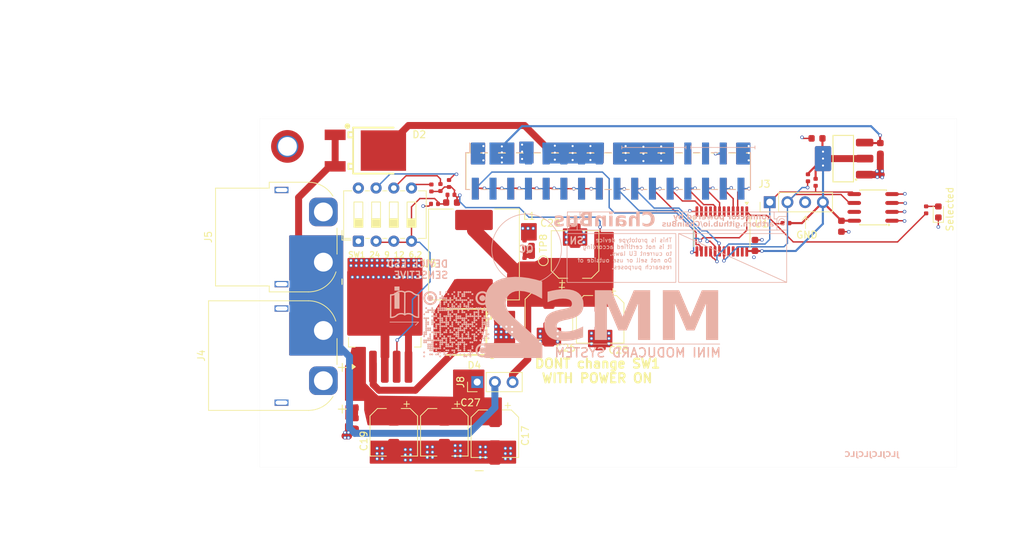
<source format=kicad_pcb>
(kicad_pcb (version 20241229) (generator "pcbnew") (generator_version "9.0")
  (title_block (title "MMS3 Hat Stepper Controler") (date "2026-02-25") (rev "R0") (comment 1 "Made by Wojciech Szafrański") (comment 2 "Designed in poland") (comment 3 "MMS3 Hat based on Chainbus"))
  (layers (0 "F.Cu" signal) (4 "In1.Cu" signal) (6 "In2.Cu" signal) (2 "B.Cu" signal) (13 "F.Paste" user) (15 "B.Paste" user) (5 "F.SilkS" user "F.Silkscreen") (7 "B.SilkS" user "B.Silkscreen") (1 "F.Mask" user) (3 "B.Mask" user) (25 "Edge.Cuts" user))
  (property "SHEETTOTAL" "5")
  (net 0 "")
  (net 1 "GND")
  (net 2 "Net-(U5-FB)")
  (net 3 "+3V3")
  (net 4 "+5V")
  (net 5 "U_reg")
  (net 6 "Net-(J8-Pin_1)")
  (net 7 "Net-(R14-Pad1)")
  (net 8 "Net-(C20-Pad2)")
  (net 9 "Net-(D1-A)")
  (net 10 "Vin")
  (net 11 "Net-(C23-Pad2)")
  (net 12 "/Bus_switch/Chainbus_In.RX")
  (net 13 "/Bus_switch/Chainbus_In.MOSI")
  (net 14 "/Bus_switch/Chainbus_In.SDA")
  (net 15 "/Bus_switch/SEL1")
  (net 16 "/Interboard_connector/SEL2")
  (net 17 "/Bus_switch/Chainbus_In.TX")
  (net 18 "/Interboard_connector/SEL8")
  (net 19 "/Interboard_connector/SEL5")
  (net 20 "/Interboard_connector/SEL7")
  (net 21 "/Interboard_connector/SEL4")
  (net 22 "/Bus_switch/Chainbus_In.SCK")
  (net 23 "/Bus_switch/Chainbus_In.MISO")
  (net 24 "+12V stby")
  (net 25 "/Bus_switch/Chainbus_In.SCL")
  (net 26 "/Bus_switch/Chainbus_In.CS")
  (net 27 "/Interboard_connector/SEL3")
  (net 28 "/Interboard_connector/SEL6")
  (net 31 "BRD_VIN")
  (net 33 "/Bus_switch/Chainbus.SCL")
  (net 34 "/Bus_switch/Chainbus.SDA")
  (net 35 "Net-(R16-Pad1)")
  (net 38 "/Bus_switch/Chainbus.CS")
  (net 39 "/Bus_switch/Chainbus.MOSI")
  (net 40 "/Bus_switch/Chainbus.RX")
  (net 42 "/Bus_switch/Chainbus.TX")
  (net 43 "/Bus_switch/Chainbus.MISO")
  (net 44 "/Bus_switch/Chainbus.SCK")
  (net 49 "Net-(D4-K)")
  (net 52 "Net-(R15-Pad1)")
  (footprint "Package_SO:TSSOP-24_4.4x7.8mm_P0.65mm" (layer "F.Cu") (at 144.3 104.2 -90)
    (property "Reference" "U1")
    (property "Value" "SN74CB3Q3384APW")
  )
  (footprint "Inductor_SMD:L_Sunlord_SWRB1207S" (layer "F.Cu") (at 108.75 107.5 90)
    (property "Reference" "L1")
    (property "Value" "100uH 4A")
  )
  (footprint "Button_Switch_THT:SW_DIP_SPSTx04_Slide_6.7x11.72mm_W7.62mm_P2.54mm_LowProfile" (layer "F.Cu") (at 92.17 105.59 90)
    (property "Reference" "SW1" (hide yes))
    (property "Value" "SW_DIP_x04")
  )
  (footprint "MountingHole:MountingHole_2.7mm_M2.5_DIN965_Pad_TopOnly" (layer "F.Cu") (at 82 92)
    (property "Reference" "H1" (hide yes))
    (property "Value" "M2.5 Mount")
  )
  (footprint "PCM_JLCPCB:R_0402" (layer "F.Cu") (at 90.75 129 -90)
    (property "Reference" "R10" (hide yes))
    (property "Value" "33kΩ" (hide yes))
  )
  (footprint "Capacitor_SMD:CP_Elec_6.3x7.7" (layer "F.Cu") (at 97.25 133 -90)
    (property "Reference" "C19")
    (property "Value" "47u")
  )
  (footprint "Capacitor_SMD:CP_Elec_6.3x7.7" (layer "F.Cu") (at 123.25 107.5 90)
    (property "Reference" "C28")
    (property "Value" "47u")
  )
  (footprint "PCM_JLCPCB:R_0402" (layer "F.Cu") (at 103.09 100.25)
    (property "Reference" "R12" (hide yes))
    (property "Value" "1kΩ" (hide yes))
  )
  (footprint "PCM_JLCPCB:R_0402" (layer "F.Cu") (at 156.65 96.5 -90)
    (property "Reference" "R2" (hide yes))
    (property "Value" "10kΩ" (hide yes))
  )
  (footprint "PCM_JLCPCB:C_0603" (layer "F.Cu") (at 91.75 128.75 -90)
    (property "Reference" "C20" (hide yes))
    (property "Value" "100nF")
  )
  (footprint "Connector_PinSocket_2.54mm:PinSocket_2x16_P2.54mm_Vertical_SMD" (layer "F.Cu") (at 128 95.558272 90)
    (property "Reference" "J2" (hide yes))
    (property "Value" "Chainbus Out")
  )
  (footprint "Capacitor_SMD:CP_Elec_6.3x7.7" (layer "F.Cu") (at 126.85 116.8 -90)
    (property "Reference" "C25")
    (property "Value" "47u")
  )
  (footprint "PCM_JLCPCB:R_0402" (layer "F.Cu") (at 116 106 90)
    (property "Reference" "R18" (hide yes))
    (property "Value" "33kΩ" (hide yes))
  )
  (footprint "PCM_JLCPCB:Hole_Tooling_JLCPCB" (layer "F.Cu") (at 169.7 90.3)
    (property "Reference" "H8" (hide yes))
    (property "Value" "~" (hide yes))
  )
  (footprint "Connector_PinHeader_2.54mm:PinHeader_1x04_P2.54mm_Vertical" (layer "F.Cu") (at 151.17 100 90)
    (property "Reference" "J3")
    (property "Value" "Conn_01x04_Pin")
  )
  (footprint "PCM_JLCPCB:C_0603" (layer "F.Cu") (at 91.75 131.75 -90)
    (property "Reference" "C21" (hide yes))
    (property "Value" "100nF")
  )
  (footprint "PCM_JLCPCB:Hole_Tooling_JLCPCB" (layer "F.Cu") (at 79 137)
    (property "Reference" "H7" (hide yes))
    (property "Value" "~" (hide yes))
  )
  (footprint "PCM_JLCPCB:SOIC-8_L5.0-W4.0-P1.27-LS6.0-BL" (layer "F.Cu") (at 166 100.75 90)
    (property "Reference" "U2" (hide yes))
    (property "Value" "M24C64")
  )
  (footprint "SMC_MBRD10100CTTR:TO-252-3_L6.5-W5.8-P4.58-TL" (layer "F.Cu") (at 92.3 92.6)
    (property "Reference" "D2")
    (property "Value" "MBRD10100CTTR")
  )
  (footprint "TestPoint:TestPoint_Pad_D1.0mm" (layer "F.Cu") (at 118.7 108.4)
    (property "Reference" "TP8")
    (property "Value" "TestPoint")
  )
  (footprint "MountingHole:MountingHole_2.7mm_M2.5" (layer "F.Cu") (at 153 94)
    (property "Reference" "H6" (hide yes))
    (property "Value" "M2.5 mount")
  )
  (footprint "Capacitor_SMD:CP_Elec_6.3x7.7" (layer "F.Cu") (at 104.5 133 -90)
    (property "Reference" "C27")
    (property "Value" "47u")
  )
  (footprint "PCM_JLCPCB:C_0603" (layer "F.Cu") (at 161.45 103.45 -90)
    (property "Reference" "C2" (hide yes))
    (property "Value" "100nF")
  )
  (footprint "Capacitor_SMD:CP_Elec_6.3x7.7" (layer "F.Cu") (at 111.75 133.2 -90)
    (property "Reference" "C17")
    (property "Value" "47u")
  )
  (footprint "PCM_JLCPCB:R_0402" (layer "F.Cu") (at 173.6 101.1 90)
    (property "Reference" "R1" (hide yes))
    (property "Value" "330Ω" (hide yes))
  )
  (footprint "MountingHole:MountingHole_2.7mm_M2.5" (layer "F.Cu") (at 103 94)
    (property "Reference" "H5" (hide yes))
    (property "Value" "M2.5 mount")
  )
  (footprint "LED_SMD:LED_0603_1608Metric" (layer "F.Cu") (at 175.35 101.4 90)
    (property "Reference" "D1" (hide yes))
    (property "Value" "LED")
  )
  (footprint "MountingHole:MountingHole_2.7mm_M2.5" (layer "F.Cu") (at 174 134)
    (property "Reference" "H2" (hide yes))
    (property "Value" "M2.5 mount")
  )
  (footprint "Package_TO_SOT_SMD:TO-263-5_TabPin3" (layer "F.Cu") (at 95.96 115.95 90)
    (property "Reference" "U5")
    (property "Value" "LM2596HVS-ADJRG")
  )
  (footprint "PCM_JLCPCB:R_0402" (layer "F.Cu") (at 102.64 97.96 -90)
    (property "Reference" "R16" (hide yes))
    (property "Value" "5.11k" (hide yes))
  )
  (footprint "PCM_JLCPCB:C_0603" (layer "F.Cu") (at 117 105.5 90)
    (property "Reference" "C24" (hide yes))
    (property "Value" "100nF")
  )
  (footprint "PCM_JLCPCB:C_0603" (layer "F.Cu") (at 149.05 106.2 90)
    (property "Reference" "C1" (hide yes))
    (property "Value" "100nF")
  )
  (footprint "MountingHole:MountingHole_2.7mm_M2.5" (layer "F.Cu") (at 174 92)
    (property "Reference" "H4" (hide yes))
    (property "Value" "M2.5 mount")
  )
  (footprint "PCM_JLCPCB:C_0603" (layer "F.Cu") (at 105.54 100.05)
    (property "Reference" "C22" (hide yes))
    (property "Value" "3.3nF")
  )
  (footprint "XT60:AMASS_XT60PW-M_1x02_P7.20mm_Horizontal" (layer "F.Cu") (at 87.15 125.6 90)
    (property "Reference" "J4")
    (property "Value" "AMASS XT60 Male")
  )
  (footprint "PCM_JLCPCB:C_0603" (layer "F.Cu") (at 117 108.47 90)
    (property "Reference" "C23" (hide yes))
    (property "Value" "100nF")
  )
  (footprint "Connector_PinHeader_2.54mm:PinHeader_1x03_P2.54mm_Vertical" (layer "F.Cu") (at 109.21 125.8 90)
    (property "Reference" "J8")
    (property "Value" "Conn_01x03_Pin")
  )
  (footprint "XT60:AMASS_XT60PW-F_1x02_P7.20mm_Horizontal" (layer "F.Cu") (at 87.15 101.4 90)
    (property "Reference" "J5")
    (property "Value" "AMASS XT60 Female")
  )
  (footprint "PCM_JLCPCB:C_0603" (layer "F.Cu") (at 157.95 90.85 180)
    (property "Reference" "C18" (hide yes))
    (property "Value" "10uF")
  )
  (footprint "PCM_JLCPCB:R_0402" (layer "F.Cu") (at 105.45 98.94)
    (property "Reference" "R13" (hide yes))
    (property "Value" "18.7k" (hide yes))
  )
  (footprint "PCM_JLCPCB:R_0402" (layer "F.Cu") (at 90.75 131.5 -90)
    (property "Reference" "R11" (hide yes))
    (property "Value" "33kΩ" (hide yes))
  )
  (footprint "PCM_JLCPCB:Hole_Tooling_JLCPCB" (layer "F.Cu") (at 85.337849 89.057177)
    (property "Reference" "H9" (hide yes))
    (property "Value" "~" (hide yes))
  )
  (footprint "PCM_JLCPCB:C_0603" (layer "F.Cu") (at 167.03 92.3 -90)
    (property "Reference" "C16" (hide yes))
    (property "Value" "10uF")
  )
  (footprint "PCM_JLCPCB:R_0402" (layer "F.Cu") (at 105.17 97.32 -90)
    (property "Reference" "R14" (hide yes))
    (property "Value" "16.5k" (hide yes))
  )
  (footprint "PCM_JLCPCB:Part_Num_JLCPCB" (layer "F.Cu") (at 171.25 88.75)
    (property "Reference" "PN1" (hide yes))
    (property "Value" "~" (hide yes))
  )
  (footprint "PCM_JLCPCB:R_0402" (layer "F.Cu") (at 157.75 97.15 -90)
    (property "Reference" "R3" (hide yes))
    (property "Value" "10kΩ" (hide yes))
  )
  (footprint "PCM_JLCPCB:R_0402" (layer "F.Cu") (at 153.5 103)
    (property "Reference" "R4" (hide yes))
    (property "Value" "10kΩ" (hide yes))
  )
  (footprint "PCM_JLCPCB:R_0402" (layer "F.Cu") (at 103.94 97.9 -90)
    (property "Reference" "R15" (hide yes))
    (property "Value" "9.53k" (hide yes))
  )
  (footprint "SMC_MBRD10100CTTR:TO-252-3_L6.5-W5.8-P4.58-TL" (layer "F.Cu") (at 109.65 118.6 180)
    (property "Reference" "D4")
    (property "Value" "MBRD10100CTTR")
  )
  (footprint "PCM_JLCPCB:SOT-223-3_L6.5-W3.4-P2.30-LS7.0-BR" (layer "F.Cu") (at 161.81 93.75)
    (property "Reference" "U4" (hide yes))
    (property "Value" "AMS1117")
  )
  (footprint "Capacitor_SMD:CP_Elec_6.3x7.7" (layer "F.Cu") (at 119.5 116.25 -90)
    (property "Reference" "C26")
    (property "Value" "47u")
  )
  (footprint "MountingHole:MountingHole_2.7mm_M2.5" (layer "F.Cu") (at 82 134)
    (property "Reference" "H3" (hide yes))
    (property "Value" "M2.5 mount")
  )
  (footprint "PCM_JLCPCB:R_0402" (layer "F.Cu") (at 116 108.5 90)
    (property "Reference" "R17" (hide yes))
    (property "Value" "33kΩ" (hide yes))
  )
  (footprint "Connector_PinHeader_2.54mm:PinHeader_2x16_P2.54mm_Vertical_SMD" (layer "B.Cu") (at 127.99 95.538272 -90)
    (property "Reference" "J1" (hide yes))
    (property "Value" "Chainbus in" (hide yes))
  )
  (footprint "QRcode:QR" (layer "B.Cu") (at 106.25 117.55 180)
    (property "Reference" "G***" (hide yes))
    (property "Value" "LOGO" (hide yes))
  )
  (gr_line (start 156.3 102) (end 156.7 102.6) (stroke (width 0.1)) (layer "F.SilkS"))
  (gr_line (start 156.3 102) (end 156.3 103.8) (stroke (width 0.1)) (layer "F.SilkS"))
  (gr_line (start 156.3 102) (end 155.8 102.6) (stroke (width 0.1)) (layer "F.SilkS"))
  (gr_arc (start 98.835533 112.942265) (mid 99.377441 112.802898) (end 99.91184 112.968758) (stroke (width 0.2)) (layer "B.SilkS"))
  (gr_arc (start 97.700162 112.95451) (mid 98.247275 112.779868) (end 98.803869 112.92143) (stroke (width 0.2)) (layer "B.SilkS"))
  (gr_arc (start 98.818643 116.130292) (mid 99.375235 115.98873) (end 99.92235 116.163372) (stroke (width 0.2)) (layer "B.SilkS"))
  (gr_line (start 96.7 117.2) (end 100.8 117.2) (stroke (width 0.1)) (layer "B.SilkS"))
  (gr_line (start 129.95 92.15) (end 139.15 92.15) (stroke (width 0.1)) (layer "B.SilkS"))
  (gr_rect (start 138.1 104.5) (end 153.6 111.5) (stroke (width 0.1)) (fill no) (layer "B.SilkS"))
  (gr_line (start 139.85 92.375) (end 139.85 91.925) (stroke (width 0.1)) (layer "B.SilkS"))
  (gr_line (start 123.95 101.4) (end 123.95 102.4) (stroke (width 0.1)) (layer "B.SilkS"))
  (gr_line (start 151.8 101.4) (end 123.95 101.4) (stroke (width 0.1)) (layer "B.SilkS"))
  (gr_line (start 123.55 104) (end 153.6 104) (stroke (width 0.1)) (layer "B.SilkS"))
  (gr_line (start 151.8 101.4) (end 153.6 101.4) (stroke (width 0.1)) (layer "B.SilkS"))
  (gr_line (start 122.15 102.05) (end 123.25 102.05) (stroke (width 0.1)) (layer "B.SilkS"))
  (gr_line (start 153.6 102.05) (end 152.5 102.05) (stroke (width 0.1)) (layer "B.SilkS"))
  (gr_line (start 98.818643 116.130292) (end 98.835533 112.942265) (stroke (width 0.2)) (layer "B.SilkS"))
  (gr_line (start 123.25 102.05) (end 123.55 102.35) (stroke (width 0.1)) (layer "B.SilkS"))
  (gr_arc (start 97.710684 112.954323) (mid 97.294522 113.222104) (end 96.807503 113.309913) (stroke (width 0.2)) (layer "B.SilkS"))
  (gr_line (start 152.5 102.05) (end 152.2 102.35) (stroke (width 0.1)) (layer "B.SilkS"))
  (gr_line (start 123.55 102.4) (end 123.55 104) (stroke (width 0.1)) (layer "B.SilkS"))
  (gr_arc (start 100.799843 116.511291) (mid 100.323814 116.421062) (end 99.917156 116.157673) (stroke (width 0.2)) (layer "B.SilkS"))
  (gr_line (start 138.1 104.5) (end 153.6 111.5) (stroke (width 0.1)) (layer "B.SilkS"))
  (gr_arc (start 100.810469 113.327828) (mid 100.325849 113.236649) (end 99.91184 112.968758) (stroke (width 0.2)) (layer "B.SilkS"))
  (gr_line (start 122.15 103.5) (end 123.25 103.5) (stroke (width 0.1)) (layer "B.SilkS"))
  (gr_line (start 129.95 92.375) (end 129.95 91.925) (stroke (width 0.1)) (layer "B.SilkS"))
  (gr_line (start 123.25 103.5) (end 123.55 103.2) (stroke (width 0.1)) (layer "B.SilkS"))
  (gr_line (start 149.05 92.375) (end 149.05 91.925) (stroke (width 0.1)) (layer "B.SilkS"))
  (gr_arc (start 97.741646 116.16503) (mid 97.305177 116.440772) (end 96.794951 116.519546) (stroke (width 0.2)) (layer "B.SilkS"))
  (gr_line (start 122.15 104) (end 122.15 101.4) (stroke (width 0.1)) (layer "B.SilkS"))
  (gr_line (start 100.8 117.2) (end 100.35 117.65) (stroke (width 0.1)) (layer "B.SilkS"))
  (gr_line (start 152.2 102.4) (end 152.2 104) (stroke (width 0.1)) (layer "B.SilkS"))
  (gr_arc (start 97.730085 116.164142) (mid 98.277195 115.98954) (end 98.833792 116.131062) (stroke (width 0.2)) (layer "B.SilkS"))
  (gr_circle (center 122.85 102.8) (end 122.45 102.6) (stroke (width 0.1)) (fill no) (layer "B.SilkS"))
  (gr_line (start 100.799843 116.511291) (end 100.810469 113.327828) (stroke (width 0.2)) (layer "B.SilkS"))
  (gr_line (start 123.55 104) (end 122.15 104) (stroke (width 0.1)) (layer "B.SilkS"))
  (gr_line (start 96.794951 116.520139) (end 96.807503 113.309913) (stroke (width 0.2)) (layer "B.SilkS"))
  (gr_line (start 151.8 101.4) (end 151.8 102.4) (stroke (width 0.1)) (layer "B.SilkS"))
  (gr_line (start 120.5 120.35) (end 144 120.35) (stroke (width 0.1)) (layer "B.SilkS"))
  (gr_line (start 139.85 92.15) (end 149.05 92.15) (stroke (width 0.1)) (layer "B.SilkS"))
  (gr_rect (start 122.1 104.5) (end 137.7 111.5) (stroke (width 0.1)) (fill no) (layer "B.SilkS"))
  (gr_line (start 151.8 102.4) (end 152.2 102.4) (stroke (width 0.1)) (layer "B.SilkS"))
  (gr_line (start 123.95 101.4) (end 122.15 101.4) (stroke (width 0.1)) (layer "B.SilkS"))
  (gr_line (start 153.6 104) (end 153.6 101.4) (stroke (width 0.1)) (layer "B.SilkS"))
  (gr_line (start 139.15 92.375) (end 139.15 91.925) (stroke (width 0.1)) (layer "B.SilkS"))
  (gr_line (start 123.95 102.4) (end 123.55 102.4) (stroke (width 0.1)) (layer "B.SilkS"))
  (gr_circle (center 116.3 106.7) (end 121.3 106.7) (stroke (width 0.1)) (fill no) (layer "B.SilkS"))
  (gr_circle (center 152.9 102.8) (end 153.3 102.6) (stroke (width 0.1)) (fill no) (layer "B.SilkS"))
  (gr_rect (start 78 88) (end 178 138) (stroke (width 0.01)) (fill no) (layer "Edge.Cuts"))
  (gr_text "SW1 24 9 12 6.2 " (at 90.61 108 0) (layer "F.SilkS") (effects (font (size 0.8 0.8) (thickness 0.15) (bold yes)) (justify left bottom)))
  (gr_text "DONT change SW1\n WITH POWER ON" (at 117.33 126 0) (layer "F.SilkS") (effects (font (size 1.3 1.3) (thickness 0.3) (bold yes)) (justify left bottom)))
  (gr_text "GND" (at 156.5 104.7 0) (layer "F.SilkS") (effects (font (size 1 1))))
  (gr_text "Selected\n" (at 177 101 90) (layer "F.SilkS") (effects (font (size 1 1))))
  (gr_text "QC" (at 117.4 107.3 0) (layer "B.SilkS") (effects (font (size 1 1) (thickness 0.2) (bold yes)) (justify left bottom mirror)))
  (gr_text "connector powered by" (at 151.4 102.6 -0) (layer "B.SilkS") (effects (font (size 0.8 0.8) (thickness 0.15) (bold yes) (italic yes)) (justify left bottom mirror)))
  (gr_text "MMS" (at 144.675 120.95 0) (layer "B.SilkS") (effects (font (size 7 7) (thickness 0.3)) (justify left bottom mirror)))
  (gr_text "This is prototype device\nIt is not certified according\nto current EU laws.\nDo not sell or use outside of\nresearch purposes." (at 137.2 109.65 0) (layer "B.SilkS") (effects (font (size 0.6 0.6) (thickness 0.1)) (justify left bottom mirror)))
  (gr_text "ChainBus" (at 134.8 103.8 -0) (layer "B.SilkS") (effects (font (size 2 2) (thickness 0.3) (bold yes)) (justify left bottom mirror)))
  (gr_text "2" (at 119.8 124.25 0) (layer "B.SilkS") (effects (font (size 11.2 11.2) (thickness 0.3) (bold yes)) (justify left bottom mirror)))
  (gr_text "DEVICE ESD \nSENSETIVE" (at 105.15 111.05 0) (layer "B.SilkS") (effects (font (size 1 1) (thickness 0.2) (bold yes)) (justify left bottom mirror)))
  (gr_text "i" (at 98.426979 115.789038 0) (layer "B.SilkS") (effects (font (size 3 3) (thickness 0.4) (bold yes)) (justify left bottom mirror)))
  (gr_text "arthorh.github.io/ChainBus" (at 151.786371 103.639177 -0) (layer "B.SilkS") (effects (font (size 0.8 0.75) (thickness 0.15) (bold yes) (italic yes)) (justify left bottom mirror)))
  (gr_text "MINI MODUCARD SYSTEM" (at 144.3 122.35 0) (layer "B.SilkS") (effects (font (size 1.3 1.3) (thickness 0.22) (bold yes)) (justify left bottom mirror)))
  (gr_text "SN" (at 124.6 106.1 0) (layer "B.SilkS") (effects (font (size 1 1) (thickness 0.2) (bold yes)) (justify left bottom mirror)))
  (segment (start 90.75 132) (end 90.75 133.53) (width 1) (layer "F.Cu") (net 1))
  (segment (start 157.17 90.85) (end 155.95 90.85) (width 0.2) (layer "F.Cu") (net 1))
  (segment (start 168.71 101.39) (end 170.46 101.39) (width 0.2) (layer "F.Cu") (net 1))
  (segment (start 170.56 100.11) (end 170.6 100.15) (width 0.2) (layer "F.Cu") (net 1))
  (segment (start 168.71 102.66) (end 170.46 102.66) (width 0.2) (layer "F.Cu") (net 1))
  (segment (start 102.28 100.56) (end 101.46 100.56) (width 0.2) (layer "F.Cu") (net 1))
  (segment (start 161.45 104.23) (end 162.48 104.23) (width 0.2) (layer "F.Cu") (net 1))
  (segment (start 167.03 95.93) (end 167.15 96.05) (width 1) (layer "F.Cu") (net 1))
  (segment (start 170.51 98.84) (end 170.55 98.8) (width 0.2) (layer "F.Cu") (net 1))
  (segment (start 91.28 132.53) (end 91.75 132.53) (width 1) (layer "F.Cu") (net 1))
  (segment (start 164.78 96.05) (end 167.15 96.05) (width 1) (layer "F.Cu") (net 1))
  (segment (start 149.05 105.42) (end 150.03 105.42) (width 0.2) (layer "F.Cu") (net 1))
  (segment (start 90.75 133.53) (end 90.25 133.53) (width 1) (layer "F.Cu") (net 1))
  (segment (start 139.7875 101.3375) (end 139.7 101.25) (width 0.2) (layer "F.Cu") (net 1))
  (segment (start 102.59 100.25) (end 102.28 100.56) (width 0.2) (layer "F.Cu") (net 1))
  (segment (start 175.35 101.943655) (end 175.35 103.55) (width 0.2) (layer "F.Cu") (net 1))
  (segment (start 150.03 105.42) (end 150.05 105.4) (width 0.2) (layer "F.Cu") (net 1))
  (segment (start 90.75 132) (end 91.28 132.53) (width 1) (layer "F.Cu") (net 1))
  (segment (start 155.95 90.85) (end 155.8 90.7) (width 0.2) (layer "F.Cu") (net 1))
  (segment (start 168.71 98.84) (end 170.51 98.84) (width 0.2) (layer "F.Cu") (net 1))
  (segment (start 170.46 102.66) (end 170.5 102.7) (width 0.2) (layer "F.Cu") (net 1))
  (segment (start 162.48 104.23) (end 162.5 104.25) (width 0.2) (layer "F.Cu") (net 1))
  (segment (start 167.03 93.08) (end 167.03 95.93) (width 1) (layer "F.Cu") (net 1))
  (segment (start 140.725 101.3375) (end 139.7875 101.3375) (width 0.2) (layer "F.Cu") (net 1))
  (segment (start 170.46 101.39) (end 170.5 101.35) (width 0.2) (layer "F.Cu") (net 1))
  (segment (start 168.71 100.11) (end 170.56 100.11) (width 0.2) (layer "F.Cu") (net 1))
  (via (at 90.25 133.78) (size 0.5) (drill 0.3) (layers "F.Cu" "B.Cu") (net 1))
  (via (at 128.1 120.3) (size 0.5) (drill 0.3) (layers "F.Cu" "B.Cu") (net 1))
  (via (at 170.5 102.7) (size 0.5) (drill 0.3) (layers "F.Cu" "B.Cu") (net 1))
  (via (at 125.6 119.55) (size 0.5) (drill 0.3) (layers "F.Cu" "B.Cu") (net 1))
  (via (at 133.05 92.05) (size 0.5) (drill 0.3) (layers "F.Cu" "B.Cu") (net 1))
  (via (at 91.86 109.1) (size 0.5) (drill 0.3) (layers "F.Cu" "B.Cu") (net 1))
  (via (at 155.8 90.7) (size 0.5) (drill 0.3) (layers "F.Cu" "B.Cu") (net 1))
  (via (at 102.05 135.85) (size 0.5) (drill 0.3) (layers "F.Cu" "B.Cu") (net 1))
  (via (at 98.61 108.35) (size 0.5) (drill 0.3) (layers "F.Cu" "B.Cu") (net 1))
  (via (at 101.46 100.56) (size 0.5) (drill 0.3) (layers "F.Cu" "B.Cu") (net 1))
  (via (at 115.65 93.8) (size 0.5) (drill 0.3) (layers "F.Cu" "B.Cu") (net 1))
  (via (at 115.65 91.75) (size 0.5) (drill 0.3) (layers "F.Cu" "B.Cu") (net 1))
  (via (at 92.61 109.1) (size 0.5) (drill 0.3) (layers "F.Cu" "B.Cu") (net 1))
  (via (at 100.86 109.1) (size 0.5) (drill 0.3) (layers "F.Cu" "B.Cu") (net 1))
  (via (at 91.11 108.35) (size 0.5) (drill 0.3) (layers "F.Cu" "B.Cu") (net 1))
  (via (at 125.6 118.8) (size 0.5) (drill 0.3) (layers "F.Cu" "B.Cu") (net 1))
  (via (at 98.61 109.1) (size 0.5) (drill 0.3) (layers "F.Cu" "B.Cu") (net 1))
  (via (at 110.1 92.95) (size 0.5) (drill 0.3) (layers "F.Cu" "B.Cu") (net 1))
  (via (at 94.86 108.35) (size 0.5) (drill 0.3) (layers "F.Cu" "B.Cu") (net 1))
  (via (at 111.9 118.6) (size 0.5) (drill 0.3) (layers "F.Cu" "B.Cu") (net 1))
  (via (at 90.75 133.03) (size 0.5) (drill 0.3) (layers "F.Cu" "B.Cu") (net 1))
  (via (at 95.81 110.75) (size 0.5) (drill 0.3) (layers "F.Cu" "B.Cu") (net 1))
  (via (at 99.36 108.35) (size 0.5) (drill 0.3) (layers "F.Cu" "B.Cu") (net 1))
  (via (at 90.25 133.03) (size 0.5) (drill 0.3) (layers "F.Cu" "B.Cu") (net 1))
  (via (at 102.05 135.1) (size 0.5) (drill 0.3) (layers "F.Cu" "B.Cu") (net 1))
  (via (at 96.36 109.1) (size 0.5) (drill 0.3) (layers "F.Cu" "B.Cu") (net 1))
  (via (at 148.15 92.95) (size 0.5) (drill 0.3) (layers "F.Cu" "B.Cu") (net 1))
  (via (at 100.31 110.75) (size 0.5) (drill 0.3) (layers "F.Cu" "B.Cu") (net 1))
  (via (at 113.4 118.6) (size 0.5) (drill 0.3) (layers "F.Cu" "B.Cu") (net 1))
  (via (at 110.4 135.1) (size 0.5) (drill 0.3) (layers "F.Cu" "B.Cu") (net 1))
  (via (at 139.7 101.25) (size 0.5) (drill 0.3) (layers "F.Cu" "B.Cu") (net 1))
  (via (at 93.36 109.1) (size 0.5) (drill 0.3) (layers "F.Cu" "B.Cu") (net 1))
  (via (at 94.85 136.05) (size 0.5) (drill 0.3) (layers "F.Cu" "B.Cu") (net 1))
  (via (at 95.6 135.3) (size 0.5) (drill 0.3) (layers "F.Cu" "B.Cu") (net 1))
  (via (at 98.06 110.75) (size 0.5) (drill 0.3) (layers "F.Cu" "B.Cu") (net 1))
  (via (at 106.8 135.65) (size 0.5) (drill 0.3) (layers "F.Cu" "B.Cu") (net 1))
  (via (at 102.8 135.1) (size 0.5) (drill 0.3) (layers "F.Cu" "B.Cu") (net 1))
  (via (at 92.61 108.35) (size 0.5) (drill 0.3) (layers "F.Cu" "B.Cu") (net 1))
  (via (at 106.8 134.9) (size 0.5) (drill 0.3) (layers "F.Cu" "B.Cu") (net 1))
  (via (at 114 135.3) (size 0.5) (drill 0.3) (layers "F.Cu" "B.Cu") (net 1))
  (via (at 114.195413 119.372036) (size 0.5) (drill 0.3) (layers "F.Cu" "B.Cu") (net 1))
  (via (at 95.6 136.8) (size 0.5) (drill 0.3) (layers "F.Cu" "B.Cu") (net 1))
  (via (at 117.25 103.75) (size 0.5) (drill 0.3) (layers "F.Cu" "B.Cu") (net 1))
  (via (at 100.11 108.35) (size 0.5) (drill 0.3) (layers "F.Cu" "B.Cu") (net 1))
  (via (at 106.05 135.65) (size 0.5) (drill 0.3) (layers "F.Cu" "B.Cu") (net 1))
  (via (at 95.6 136.05) (size 0.5) (drill 0.3) (layers "F.Cu" "B.Cu") (net 1))
  (via (at 170.55 98.8) (size 0.5) (drill 0.3) (layers "F.Cu" "B.Cu") (net 1))
  (via (at 162.5 104.25) (size 0.5) (drill 0.3) (layers "F.Cu" "B.Cu") (net 1))
  (via (at 130.5 94) (size 0.5) (drill 0.3) (layers "F.Cu" "B.Cu") (net 1))
  (via (at 98.905212 136.977963) (size 0.5) (drill 0.3) (layers "F.Cu" "B.Cu") (net 1))
  (via (at 120.75 119.25) (size 0.5) (drill 0.3) (layers "F.Cu" "B.Cu") (net 1))
  (via (at 110.4 136.6) (size 0.5) (drill 0.3) (layers "F.Cu" "B.Cu") (net 1))
  (via (at 94.86 109.1) (size 0.5) (drill 0.3) (layers "F.Cu" "B.Cu") (net 1))
  (via (at 112.65 118.6) (size 0.5) (drill 0.3) (layers "F.Cu" "B.Cu") (net 1))
  (via (at 115.75 103.75) (size 0.5) (drill 0.3) (layers "F.Cu" "B.Cu") (net 1))
  (via (at 112.65 117.85) (size 0.5) (drill 0.3) (layers "F.Cu" "B.Cu") (net 1))
  (via (at 120.75 118.5) (size 0.5) (drill 0.3) (layers "F.Cu" "B.Cu") (net 1))
  (via (at 114 136.8) (size 0.5) (drill 0.3) (layers "F.Cu" "B.Cu") (net 1))
  (via (at 106.8 136.4) (size 0.5) (drill 0.3) (layers "F.Cu" "B.Cu") (net 1))
  (via (at 98.905212 136.227963) (size 0.5) (drill 0.3) (layers "F.Cu" "B.Cu") (net 1))
  (via (at 96.36 108.35) (size 0.5) (drill 0.3) (layers "F.Cu" "B.Cu") (net 1))
  (via (at 95.61 109.1) (size 0.5) (drill 0.3) (layers "F.Cu" "B.Cu") (net 1))
  (via (at 100.86 108.35) (size 0.5) (drill 0.3) (layers "F.Cu" "B.Cu") (net 1))
  (via (at 166.6 96.4) (size 0.5) (drill 0.3) (layers "F.Cu" "B.Cu") (net 1))
  (via (at 124.5 105.75) (size 0.5) (drill 0.3) (layers "F.Cu" "B.Cu") (net 1))
  (via (at 90.75 133.78) (size 0.5) (drill 0.3) (layers "F.Cu" "B.Cu") (net 1))
  (via (at 170.6 100.15) (size 0.5) (drill 0.3) (layers "F.Cu" "B.Cu") (net 1))
  (via (at 97.11 109.1) (size 0.5) (drill 0.3) (layers "F.Cu" "B.Cu") (net 1))
  (via (at 91.31 110.75) (size 0.5) (drill 0.3) (layers "F.Cu" "B.Cu") (net 1))
  (via (at 109.65 135.1) (size 0.5) (drill 0.3) (layers "F.Cu" "B.Cu") (net 1))
  (via (at 128.1 119.55) (size 0.5) (drill 0.3) (layers "F.Cu" "B.Cu") (net 1))
  (via (at 94.11 109.1) (size 0.5) (drill 0.3) (layers "F.Cu" "B.Cu") (net 1))
  (via (at 113.25 135.3) (size 0.5) (drill 0.3) (layers "F.Cu" "B.Cu") (net 1))
  (via (at 102.8 136.6) (size 0.5) (drill 0.3) (layers "F.Cu" "B.Cu") (net 1))
  (via (at 92.06 110.75) (size 0.5) (drill 0.3) (layers "F.Cu" "B.Cu") (net 1))
  (via (at 116.5 103.75) (size 0.5) (drill 0.3) (layers "F.Cu" "B.Cu") (net 1))
  (via (at 113.25 136.8) (size 0.5) (drill 0.3) (layers "F.Cu" "B.Cu") (net 1))
  (via (at 118.25 120) (size 0.5) (drill 0.3) (layers "F.Cu" "B.Cu") (net 1))
  (via (at 106.05 136.4) (size 0.5) (drill 0.3) (layers "F.Cu" "B.Cu") (net 1))
  (via (at 175.35 103.55) (size 0.5) (drill 0.3) (layers "F.Cu" "B.Cu") (net 1))
  (via (at 148.15 94) (size 0.5) (drill 0.3) (layers "F.Cu" "B.Cu") (net 1))
  (via (at 111.9 117.85) (size 0.5) (drill 0.3) (layers "F.Cu" "B.Cu") (net 1))
  (via (at 148.15 91.95) (size 0.5) (drill 0.3) (layers "F.Cu" "B.Cu") (net 1))
  (via (at 114 136.05) (size 0.5) (drill 0.3) (layers "F.Cu" "B.Cu") (net 1))
  (via (at 124.5 104.25) (size 0.5) (drill 0.3) (layers "F.Cu" "B.Cu") (net 1))
  (via (at 167.3 95.55) (size 0.5) (drill 0.3) (layers "F.Cu" "B.Cu") (net 1))
  (via (at 167.3 96.45) (size 0.5) (drill 0.3) (layers "F.Cu" "B.Cu") (net 1))
  (via (at 97.31 110.75) (size 0.5) (drill 0.3) (layers "F.Cu" "B.Cu") (net 1))
  (via (at 91.86 108.35) (size 0.5) (drill 0.3) (layers "F.Cu" "B.Cu") (net 1))
  (via (at 113.25 136.05) (size 0.5) (drill 0.3) (layers "F.Cu" "B.Cu") (net 1))
  (via (at 98.905212 135.477963) (size 0.5) (drill 0.3) (layers "F.Cu" "B.Cu") (net 1))
  (via (at 94.85 136.8) (size 0.5) (drill 0.3) (layers "F.Cu" "B.Cu") (net 1))
  (via (at 102.8 135.85) (size 0.5) (drill 0.3) (layers "F.Cu" "B.Cu") (net 1))
  (via (at 111.877963 119.344788) (size 0.5) (drill 0.3) (layers "F.Cu" "B.Cu") (net 1))
  (via (at 124.5 105) (size 0.5) (drill 0.3) (layers "F.Cu" "B.Cu") (net 1))
  (via (at 99.36 109.1) (size 0.5) (drill 0.3) (layers "F.Cu" "B.Cu") (net 1))
  (via (at 94.11 108.35) (size 0.5) (drill 0.3) (layers "F.Cu" "B.Cu") (net 1))
  (via (at 94.31 110.75) (size 0.5) (drill 0.3) (layers "F.Cu" "B.Cu") (net 1))
  (via (at 170.5 101.35) (size 0.5) (drill 0.3) (layers "F.Cu" "B.Cu") (net 1))
  (via (at 115.65 92.75) (size 0.5) (drill 0.3) (layers "F.Cu" "B.Cu") (net 1))
  (via (at 125.6 120.3) (size 0.5) (drill 0.3) (layers "F.Cu" "B.Cu") (net 1))
  (via (at 166.55 95.55) (size 0.5) (drill 0.3) (layers "F.Cu" "B.Cu") (net 1))
  (via (at 91.11 109.1) (size 0.5) (drill 0.3) (layers "F.Cu" "B.Cu") (net 1))
  (via (at 120.75 120) (size 0.5) (drill 0.3) (layers "F.Cu" "B.Cu") (net 1))
  (via (at 93.56 110.75) (size 0.5) (drill 0.3) (layers "F.Cu" "B.Cu") (net 1))
  (via (at 118.25 119.25) (size 0.5) (drill 0.3) (layers "F.Cu" "B.Cu") (net 1))
  (via (at 150.05 105.4) (size 0.5) (drill 0.3) (layers "F.Cu" "B.Cu") (net 1))
  (via (at 110.1 91.95) (size 0.5) (drill 0.3) (layers "F.Cu" "B.Cu") (net 1))
  (via (at 97.11 108.35) (size 0.5) (drill 0.3) (layers "F.Cu" "B.Cu") (net 1))
  (via (at 122 105.75) (size 0.5) (drill 0.3) (layers "F.Cu" "B.Cu") (net 1))
  (via (at 97.86 109.1) (size 0.5) (drill 0.3) (layers "F.Cu" "B.Cu") (net 1))
  (via (at 133.05 94.1) (size 0.5) (drill 0.3) (layers "F.Cu" "B.Cu") (net 1))
  (via (at 99.655212 136.227963) (size 0.5) (drill 0.3) (layers "F.Cu" "B.Cu") (net 1))
  (via (at 94.85 135.3) (size 0.5) (drill 0.3) (layers "F.Cu" "B.Cu") (net 1))
  (via (at 101.06 110.75) (size 0.5) (drill 0.3) (layers "F.Cu" "B.Cu") (net 1))
  (via (at 130.5 92.95) (size 0.5) (drill 0.3) (layers "F.Cu" "B.Cu") (net 1))
  (via (at 114.21745 118.627248) (size 0.5) (drill 0.3) (layers "F.Cu" "B.Cu") (net 1))
  (via (at 113.377963 119.344788) (size 0.5) (drill 0.3) (layers "F.Cu" "B.Cu") (net 1))
  (via (at 112.627963 119.344788) (size 0.5) (drill 0.3) (layers "F.Cu" "B.Cu") (net 1))
  (via (at 109.65 135.85) (size 0.5) (drill 0.3) (layers "F.Cu" "B.Cu") (net 1))
  (via (at 95.06 110.75) (size 0.5) (drill 0.3) (layers "F.Cu" "B.Cu") (net 1))
  (via (at 106.05 134.9) (size 0.5) (drill 0.3) (layers "F.Cu" "B.Cu") (net 1))
  (via (at 135.6 92) (size 0.5) (drill 0.3) (layers "F.Cu" "B.Cu") (net 1))
  (via (at 98.81 110.75) (size 0.5) (drill 0.3) (layers "F.Cu" "B.Cu") (net 1))
  (via (at 92.81 110.75) (size 0.5) (drill 0.3) (layers "F.Cu" "B.Cu") (net 1))
  (via (at 118.25 118.5) (size 0.5) (drill 0.3) (layers "F.Cu" "B.Cu") (net 1))
  (via (at 99.655212 136.977963) (size 0.5) (drill 0.3) (layers "F.Cu" "B.Cu") (net 1))
  (via (at 122 105) (size 0.5) (drill 0.3) (layers "F.Cu" "B.Cu") (net 1))
  (via (at 93.36 108.35) (size 0.5) (drill 0.3) (layers "F.Cu" "B.Cu") (net 1))
  (via (at 109.65 136.6) (size 0.5) (drill 0.3) (layers "F.Cu" "B.Cu") (net 1))
  (via (at 95.61 108.35) (size 0.5) (drill 0.3) (layers "F.Cu" "B.Cu") (net 1))
  (via (at 97.86 108.35) (size 0.5) (drill 0.3) (layers "F.Cu" "B.Cu") (net 1))
  (via (at 113.4 117.85) (size 0.5) (drill 0.3) (layers "F.Cu" "B.Cu") (net 1))
  (via (at 114.21745 117.877248) (size 0.5) (drill 0.3) (layers "F.Cu" "B.Cu") (net 1))
  (via (at 135.6 94.05) (size 0.5) (drill 0.3) (layers "F.Cu" "B.Cu") (net 1))
  (via (at 148.9 107.9) (size 0.5) (drill 0.3) (layers "F.Cu" "B.Cu") (net 1))
  (via (at 135.6 93) (size 0.5) (drill 0.3) (layers "F.Cu" "B.Cu") (net 1))
  (via (at 100.11 109.1) (size 0.5) (drill 0.3) (layers "F.Cu" "B.Cu") (net 1))
  (via (at 102.05 136.6) (size 0.5) (drill 0.3) (layers "F.Cu" "B.Cu") (net 1))
  (via (at 122 104.25) (size 0.5) (drill 0.3) (layers "F.Cu" "B.Cu") (net 1))
  (via (at 110.1 94) (size 0.5) (drill 0.3) (layers "F.Cu" "B.Cu") (net 1))
  (via (at 133.05 93.05) (size 0.5) (drill 0.3) (layers "F.Cu" "B.Cu") (net 1))
  (via (at 99.56 110.75) (size 0.5) (drill 0.3) (layers "F.Cu" "B.Cu") (net 1))
  (via (at 130.5 91.95) (size 0.5) (drill 0.3) (layers "F.Cu" "B.Cu") (net 1))
  (via (at 128.1 118.8) (size 0.5) (drill 0.3) (layers "F.Cu" "B.Cu") (net 1))
  (via (at 110.4 135.85) (size 0.5) (drill 0.3) (layers "F.Cu" "B.Cu") (net 1))
  (via (at 99.655212 135.477963) (size 0.5) (drill 0.3) (layers "F.Cu" "B.Cu") (net 1))
  (via (at 96.56 110.75) (size 0.5) (drill 0.3) (layers "F.Cu" "B.Cu") (net 1))
  (segment (start 99.87 105.75) (end 97.33 105.75) (width 0.2) (layer "F.Cu") (net 2))
  (segment (start 94.79 105.75) (end 97.33 105.75) (width 0.2) (layer "F.Cu") (net 2))
  (segment (start 103.59 100.25) (end 103.59 99.96) (width 0.2) (layer "F.Cu") (net 2))
  (segment (start 97.7 123.15) (end 97.7 119.825) (width 0.2) (layer "F.Cu") (net 2))
  (segment (start 104.95 99.86) (end 104.76 100.05) (width 0.2) (layer "F.Cu") (net 2))
  (segment (start 99.79 105.59) (end 99.79 100.67) (width 0.2) (layer "F.Cu") (net 2))
  (segment (start 104.95 98.94) (end 104.95 99.86) (width 0.2) (layer "F.Cu") (net 2))
  (segment (start 97.7 119.825) (end 97.75 119.775) (width 0.2) (layer "F.Cu") (net 2))
  (segment (start 103.103528 99.473528) (end 100.986472 99.473528) (width 0.2) (layer "F.Cu") (net 2))
  (segment (start 104.56 100.25) (end 103.59 100.25) (width 0.2) (layer "F.Cu") (net 2))
  (segment (start 99.79 100.67) (end 100.986472 99.473528) (width 0.2) (layer "F.Cu") (net 2))
  (segment (start 103.59 99.96) (end 103.103528 99.473528) (width 0.2) (layer "F.Cu") (net 2))
  (segment (start 104.76 100.05) (end 104.56 100.25) (width 0.2) (layer "F.Cu") (net 2))
  (via (at 97.75 119.775) (size 0.5) (drill 0.3) (layers "F.Cu" "B.Cu") (net 2))
  (segment (start 99.925 113.95) (end 102.45 111.425) (width 0.2) (layer "B.Cu") (net 2))
  (segment (start 102.45 111.425) (end 102.45 107.25) (width 0.2) (layer "B.Cu") (net 2))
  (segment (start 97.75 119.775) (end 99.925 117.6) (width 0.2) (layer "B.Cu") (net 2))
  (segment (start 102.45 107.25) (end 100.95 105.75) (width 0.2) (layer "B.Cu") (net 2))
  (segment (start 100.95 105.75) (end 99.87 105.75) (width 0.2) (layer "B.Cu") (net 2))
  (segment (start 99.925 117.6) (end 99.925 113.95) (width 0.2) (layer "B.Cu") (net 2))
  (segment (start 155.79 103) (end 158.79 100) (width 0.3) (layer "F.Cu") (net 3))
  (segment (start 150.05 107) (end 147.9375 107) (width 0.3) (layer "F.Cu") (net 3))
  (segment (start 161.45 102.66) (end 158.79 100) (width 0.3) (layer "F.Cu") (net 3))
  (segment (start 147.9375 107) (end 147.875 107.0625) (width 0.3) (layer "F.Cu") (net 3))
  (segment (start 157.75 94.81) (end 158.81 93.75) (width 0.3) (layer "F.Cu") (net 3))
  (segment (start 157.75 96.65) (end 157.75 94.81) (width 0.3) (layer "F.Cu") (net 3))
  (segment (start 154 103) (end 155.79 103) (width 0.3) (layer "F.Cu") (net 3))
  (segment (start 163.29 102.66) (end 161.45 102.66) (width 0.3) (layer "F.Cu") (net 3))
  (segment (start 158.73 90.85) (end 158.73 92.67) (width 0.3) (layer "F.Cu") (net 3))
  (segment (start 158.73 92.67) (end 158.81 92.75) (width 0.3) (layer "F.Cu") (net 3))
  (segment (start 164.78 93.75) (end 158.81 93.75) (width 1) (layer "F.Cu") (net 3))
  (segment (start 156.65 95.91) (end 158.81 93.75) (width 0.3) (layer "F.Cu") (net 3))
  (segment (start 156.65 96) (end 156.65 95.91) (width 0.3) (layer "F.Cu") (net 3))
  (via (at 150.05 107) (size 0.5) (drill 0.3) (layers "F.Cu" "B.Cu") (net 3))
  (segment (start 158.81 94.75) (end 158.81 99.98) (width 0.3) (layer "B.Cu") (net 3))
  (segment (start 158.81 99.98) (end 158.79 100) (width 0.3) (layer "B.Cu") (net 3))
  (segment (start 158.79 100) (end 158.79 103.11) (width 0.3) (layer "B.Cu") (net 3))
  (segment (start 154.9 107) (end 150.05 107) (width 0.3) (layer "B.Cu") (net 3))
  (segment (start 158.79 103.11) (end 154.9 107) (width 0.3) (layer "B.Cu") (net 3))
  (segment (start 164.85 91.52) (end 164.78 91.45) (width 0.3) (layer "F.Cu") (net 4))
  (segment (start 167 91.49) (end 167.03 91.52) (width 0.3) (layer "F.Cu") (net 4))
  (segment (start 167.03 91.52) (end 164.85 91.52) (width 0.3) (layer "F.Cu") (net 4))
  (segment (start 167 90.4) (end 167 91.49) (width 0.3) (layer "F.Cu") (net 4))
  (via (at 167 90.4) (size 0.5) (drill 0.3) (layers "F.Cu" "B.Cu") (net 4))
  (via (at 112.75 92) (size 0.5) (drill 0.3) (layers "F.Cu" "B.Cu") (net 4))
  (via (at 112.75 93.6) (size 0.5) (drill 0.3) (layers "F.Cu" "B.Cu") (net 4))
  (via (at 112.75 92.85) (size 0.5) (drill 0.3) (layers "F.Cu" "B.Cu") (net 4))
  (via (at 112.75 94.3) (size 0.5) (drill 0.3) (layers "F.Cu" "B.Cu") (net 4))
  (segment (start 167 90.4) (end 165.7 89.1) (width 0.3) (layer "B.Cu") (net 4))
  (segment (start 115.65 89.1) (end 112.75 92) (width 0.3) (layer "B.Cu") (net 4))
  (segment (start 165.7 89.1) (end 115.65 89.1) (width 0.3) (layer "B.Cu") (net 4))
  (segment (start 105.99 98.31) (end 105.95 98.35) (width 0.2) (layer "F.Cu") (net 5))
  (segment (start 105.95 98.35) (end 105.95 98.94) (width 0.2) (layer "F.Cu") (net 5))
  (segment (start 114.29 124.71) (end 116.461 122.539) (width 1) (layer "F.Cu") (net 5))
  (segment (start 126.84 103.56) (end 126.84 104.65) (width 0.2) (layer "F.Cu") (net 5))
  (segment (start 105.95 98.94) (end 106.32 99.31) (width 0.2) (layer "F.Cu") (net 5))
  (segment (start 108.75 102.55) (end 108.75 104) (width 2) (layer "F.Cu") (net 5))
  (segment (start 116.461 122.25) (end 116.461 112.311) (width 1) (layer "F.Cu") (net 5))
  (segment (start 105.17 97.82) (end 105.5 97.82) (width 0.2) (layer "F.Cu") (net 5))
  (segment (start 103.88 98.46) (end 103.94 98.4) (width 0.2) (layer "F.Cu") (net 5))
  (segment (start 102.64 98.46) (end 103.88 98.46) (width 0.2) (layer "F.Cu") (net 5))
  (segment (start 106.32 99.31) (end 106.32 100.05) (width 0.2) (layer "F.Cu") (net 5))
  (segment (start 106.32 99.4) (end 106.72 99) (width 0.2) (layer "F.Cu") (net 5))
  (segment (start 116.461 122.25) (end 116.461 122.539) (width 1) (layer "F.Cu") (net 5))
  (segment (start 108.75 104) (end 114.5 109.75) (width 2) (layer "F.Cu") (net 5))
  (segment (start 103.94 98.4) (end 104.52 97.82) (width 0.2) (layer "F.Cu") (net 5))
  (segment (start 104.52 97.82) (end 105.17 97.82) (width 0.2) (layer "F.Cu") (net 5))
  (segment (start 114.29 125.8) (end 114.29 124.71) (width 1) (layer "F.Cu") (net 5))
  (segment (start 105.5 97.82) (end 105.99 98.31) (width 0.2) (layer "F.Cu") (net 5))
  (segment (start 106.32 100.05) (end 106.32 99.4) (width 0.2) (layer "F.Cu") (net 5))
  (via (at 106.72 99) (size 0.5) (drill 0.3) (layers "F.Cu" "B.Cu") (net 5))
  (via (at 126.84 103.56) (size 0.5) (drill 0.3) (layers "F.Cu" "B.Cu") (net 5))
  (segment (start 115.24 100.77) (end 116.62 102.15) (width 0.2) (layer "B.Cu") (net 5))
  (segment (start 116.62 102.15) (end 126.25 102.15) (width 0.2) (layer "B.Cu") (net 5))
  (segment (start 106.72 99.93) (end 107.56 100.77) (width 0.2) (layer "B.Cu") (net 5))
  (segment (start 126.84 102.74) (end 126.84 103.56) (width 0.2) (layer "B.Cu") (net 5))
  (segment (start 126.25 102.15) (end 126.84 102.74) (width 0.2) (layer "B.Cu") (net 5))
  (segment (start 107.56 100.77) (end 115.24 100.77) (width 0.2) (layer "B.Cu") (net 5))
  (segment (start 106.72 99) (end 106.72 99.93) (width 0.2) (layer "B.Cu") (net 5))
  (segment (start 106.24 96) (end 105.99 96) (width 0.2) (layer "F.Cu") (net 7))
  (segment (start 105.99 96) (end 105.17 96.82) (width 0.2) (layer "F.Cu") (net 7))
  (via (at 106.24 96) (size 0.5) (drill 0.3) (layers "F.Cu" "B.Cu") (net 7))
  (segment (start 106.19 95.95) (end 96.73 95.95) (width 0.2) (layer "B.Cu") (net 7))
  (segment (start 106.24 96) (end 106.19 95.95) (width 0.2) (layer "B.Cu") (net 7))
  (segment (start 96.73 95.95) (end 94.71 97.97) (width 0.2) (layer "B.Cu") (net 7))
  (segment (start 173.6 100.6) (end 175.118655 100.6) (width 0.2) (layer "F.Cu") (net 9))
  (segment (start 87.15 108.6) (end 83.599 105.049) (width 1) (layer "F.Cu") (net 10))
  (segment (start 83.599 99.321682) (end 88.060682 94.86) (width 1) (layer "F.Cu") (net 10))
  (segment (start 88.84 90.34) (end 88.84 94.86) (width 1) (layer "F.Cu") (net 10))
  (segment (start 83.599 105.049) (end 83.599 99.321682) (width 1) (layer "F.Cu") (net 10))
  (segment (start 88.060682 94.86) (end 88.84 94.86) (width 1) (layer "F.Cu") (net 10))
  (segment (start 90.9 122.15) (end 87.15 118.4) (width 1) (layer "B.Cu") (net 10))
  (segment (start 91.651 133.149) (end 90.9 132.398) (width 1) (layer "B.Cu") (net 10))
  (segment (start 108.051 133.149) (end 91.651 133.149) (width 1) (layer "B.Cu") (net 10))
  (segment (start 90.9 132.398) (end 90.9 122.15) (width 1) (layer "B.Cu") (net 10))
  (segment (start 111.75 125.8) (end 111.75 129.45) (width 1) (layer "B.Cu") (net 10))
  (segment (start 111.75 129.45) (end 108.051 133.149) (width 1) (layer "B.Cu") (net 10))
  (segment (start 146.575 101.3375) (end 146.575 98.553272) (width 0.2) (layer "F.Cu") (net 12))
  (segment (start 146.575 98.553272) (end 147.05 98.078272) (width 0.2) (layer "F.Cu") (net 12))
  (segment (start 148.171728 98.078272) (end 148.2 98.05) (width 0.2) (layer "F.Cu") (net 12))
  (segment (start 147.05 98.078272) (end 148.171728 98.078272) (width 0.2) (layer "F.Cu") (net 12))
  (via (at 148.2 98.05) (size 0.5) (drill 0.3) (layers "F.Cu" "B.Cu") (net 12))
  (segment (start 148.2 98.05) (end 147.053272 98.05) (width 0.2) (layer "B.Cu") (net 12))
  (segment (start 147.053272 98.05) (end 147.04 98.063272) (width 0.2) (layer "B.Cu") (net 12))
  (segment (start 139.43 98.078272) (end 141.700728 100.349) (width 0.2) (layer "F.Cu") (net 13))
  (segment (start 139.43 98.078272) (end 140.371728 98.078272) (width 0.2) (layer "F.Cu") (net 13))
  (segment (start 143.325 100.600001) (end 143.325 101.3375) (width 0.2) (layer "F.Cu") (net 13))
  (segment (start 141.700728 100.349) (end 143.073999 100.349) (width 0.2) (layer "F.Cu") (net 13))
  (segment (start 143.073999 100.349) (end 143.325 100.600001) (width 0.2) (layer "F.Cu") (net 13))
  (segment (start 140.371728 98.078272) (end 140.45 98) (width 0.2) (layer "F.Cu") (net 13))
  (via (at 140.45 98) (size 0.5) (drill 0.3) (layers "F.Cu" "B.Cu") (net 13))
  (segment (start 140.45 98) (end 139.483272 98) (width 0.2) (layer "B.Cu") (net 13))
  (segment (start 139.483272 98) (end 139.42 98.063272) (width 0.2) (layer "B.Cu") (net 13))
  (segment (start 130.278272 98.078272) (end 130.3 98.1) (width 0.2) (layer "F.Cu") (net 14))
  (segment (start 143.325 106.325001) (end 143.325 107.0625) (width 0.2) (layer "F.Cu") (net 14))
  (segment (start 142.599999 105.6) (end 143.325 106.325001) (width 0.2) (layer "F.Cu") (net 14))
  (segment (start 129.27 98.078272) (end 130.278272 98.078272) (width 0.2) (layer "F.Cu") (net 14))
  (segment (start 142.2 105.6) (end 142.599999 105.6) (width 0.2) (layer "F.Cu") (net 14))
  (via (at 142.2 105.6) (size 0.5) (drill 0.3) (layers "F.Cu" "B.Cu") (net 14))
  (via (at 130.3 98.1) (size 0.5) (drill 0.3) (layers "F.Cu" "B.Cu") (net 14))
  (segment (start 129.296728 98.1) (end 129.26 98.063272) (width 0.2) (layer "B.Cu") (net 14))
  (segment (start 134.9 101.198) (end 137.994388 101.198) (width 0.2) (layer "B.Cu") (net 14))
  (segment (start 130.3 98.1) (end 129.296728 98.1) (width 0.2) (layer "B.Cu") (net 14))
  (segment (start 137.994388 101.198) (end 142.2 105.403612) (width 0.2) (layer "B.Cu") (net 14))
  (segment (start 142.2 105.403612) (end 142.2 105.6) (width 0.2) (layer "B.Cu") (net 14))
  (segment (start 132.394728 101.198) (end 134.9 101.198) (width 0.2) (layer "B.Cu") (net 14))
  (segment (start 129.26 98.063272) (end 132.394728 101.198) (width 0.2) (layer "B.Cu") (net 14))
  (segment (start 141.2 105.5) (end 141.601 105.099) (width 0.2) (layer "F.Cu") (net 15))
  (segment (start 148.4375 101.9) (end 147.875 101.3375) (width 0.2) (layer "F.Cu") (net 15))
  (segment (start 140.5875 107.2) (end 140.725 107.0625) (width 0.2) (layer "F.Cu") (net 15))
  (segment (start 141.601 105.099) (end 146.799 105.099) (width 0.2) (layer "F.Cu") (net 15))
  (segment (start 169.5 105.7) (end 154.541999 105.7) (width 0.2) (layer "F.Cu") (net 15))
  (segment (start 150.741999 101.9) (end 148.4375 101.9) (width 0.2) (layer "F.Cu") (net 15))
  (segment (start 152.920999 103.079001) (end 151.920999 103.079001) (width 0.2) (layer "F.Cu") (net 15))
  (segment (start 173.6 101.6) (end 169.5 105.7) (width 0.2) (layer "F.Cu") (net 15))
  (segment (start 151.920999 103.079001) (end 150.741999 101.9) (width 0.2) (layer "F.Cu") (net 15))
  (segment (start 146.8 105.1) (end 147.875 104.025) (width 0.2) (layer "F.Cu") (net 15))
  (segment (start 154.541999 105.7) (end 151.920999 103.079001) (width 0.2) (layer "F.Cu") (net 15))
  (segment (start 153 103) (end 152.920999 103.079001) (width 0.2) (layer "F.Cu") (net 15))
  (segment (start 140 107.2) (end 140.5875 107.2) (width 0.2) (layer "F.Cu") (net 15))
  (segment (start 147.875 104.025) (end 147.875 101.3375) (width 0.2) (layer "F.Cu") (net 15))
  (segment (start 146.799 105.099) (end 146.8 105.1) (width 0.2) (layer "F.Cu") (net 15))
  (via (at 140 107.2) (size 0.5) (drill 0.3) (layers "F.Cu" "B.Cu") (net 15))
  (via (at 141.2 105.5) (size 0.5) (drill 0.3) (layers "F.Cu" "B.Cu") (net 15))
  (segment (start 132.24934 101.549) (end 137.849 101.549) (width 0.2) (layer "B.Cu") (net 15))
  (segment (start 111.323272 95.68) (end 127.18 95.68) (width 0.2) (layer "B.Cu") (net 15))
  (segment (start 140.251 105.2) (end 140.251 106.949) (width 0.2) (layer "B.Cu") (net 15))
  (segment (start 128.919 101.549) (end 132.24934 101.549) (width 0.2) (layer "B.Cu") (net 15))
  (segment (start 140.251 103.951) (end 140.251 105.2) (width 0.2) (layer "B.Cu") (net 15))
  (segment (start 137.849 101.549) (end 140.251 103.951) (width 0.2) (layer "B.Cu") (net 15))
  (segment (start 140.9 105.2) (end 141.2 105.5) (width 0.2) (layer "B.Cu") (net 15))
  (segment (start 140.251 105.2) (end 140.9 105.2) (width 0.2) (layer "B.Cu") (net 15))
  (segment (start 108.94 98.063272) (end 111.323272 95.68) (width 0.2) (layer "B.Cu") (net 15))
  (segment (start 140.251 106.949) (end 140 107.2) (width 0.2) (layer "B.Cu") (net 15))
  (segment (start 128.14 96.64) (end 128.14 100.77) (width 0.2) (layer "B.Cu") (net 15))
  (segment (start 127.18 95.68) (end 128.14 96.64) (width 0.2) (layer "B.Cu") (net 15))
  (segment (start 128.14 100.77) (end 128.919 101.549) (width 0.2) (layer "B.Cu") (net 15))
  (segment (start 109.028272 98) (end 108.95 98.078272) (width 0.2) (layer "F.Cu") (net 16))
  (segment (start 110.25 98) (end 109.028272 98) (width 0.2) (layer "F.Cu") (net 16))
  (via (at 110.25 98) (size 0.5) (drill 0.3) (layers "F.Cu" "B.Cu") (net 16))
  (segment (start 110.313272 98.063272) (end 110.25 98) (width 0.2) (layer "B.Cu") (net 16))
  (segment (start 111.48 98.063272) (end 110.313272 98.063272) (width 0.2) (layer "B.Cu") (net 16))
  (segment (start 144.51 98.078272) (end 145.925 99.493272) (width 0.2) (layer "F.Cu") (net 17))
  (segment (start 145.925 99.493272) (end 145.925 101.3375) (width 0.2) (layer "F.Cu") (net 17))
  (segment (start 145.521728 98.078272) (end 145.65 97.95) (width 0.2) (layer "F.Cu") (net 17))
  (segment (start 144.51 98.078272) (end 145.521728 98.078272) (width 0.2) (layer "F.Cu") (net 17))
  (via (at 145.65 97.95) (size 0.5) (drill 0.3) (layers "F.Cu" "B.Cu") (net 17))
  (segment (start 145.536728 98.063272) (end 145.65 97.95) (width 0.2) (layer "B.Cu") (net 17))
  (segment (start 144.5 98.063272) (end 145.536728 98.063272) (width 0.2) (layer "B.Cu") (net 17))
  (segment (start 124.205 98.063272) (end 124.19 98.078272) (width 0.2) (layer "F.Cu") (net 18))
  (segment (start 125.563272 98.063272) (end 124.205 98.063272) (width 0.2) (layer "F.Cu") (net 18))
  (via (at 125.563272 98.063272) (size 0.5) (drill 0.3) (layers "F.Cu" "B.Cu") (net 18))
  (segment (start 126.72 98.063272) (end 125.563272 98.063272) (width 0.2) (layer "B.Cu") (net 18))
  (segment (start 116.648272 98) (end 116.57 98.078272) (width 0.2) (layer "F.Cu") (net 19))
  (segment (start 117.75 98) (end 116.648272 98) (width 0.2) (layer "F.Cu") (net 19))
  (via (at 117.75 98) (size 0.5) (drill 0.3) (layers "F.Cu" "B.Cu") (net 19))
  (segment (start 117.813272 98.063272) (end 117.75 98) (width 0.2) (layer "B.Cu") (net 19))
  (segment (start 119.1 98.063272) (end 117.813272 98.063272) (width 0.2) (layer "B.Cu") (net 19))
  (segment (start 123.063272 98.063272) (end 121.665 98.063272) (width 0.2) (layer "F.Cu") (net 20))
  (segment (start 121.665 98.063272) (end 121.65 98.078272) (width 0.2) (layer "F.Cu") (net 20))
  (via (at 123.063272 98.063272) (size 0.5) (drill 0.3) (layers "F.Cu" "B.Cu") (net 20))
  (segment (start 124.18 98.063272) (end 123.063272 98.063272) (width 0.2) (layer "B.Cu") (net 20))
  (segment (start 114.108272 98) (end 114.03 98.078272) (width 0.2) (layer "F.Cu") (net 21))
  (segment (start 115.25 98) (end 114.108272 98) (width 0.2) (layer "F.Cu") (net 21))
  (via (at 115.25 98) (size 0.5) (drill 0.3) (layers "F.Cu" "B.Cu") (net 21))
  (segment (start 115.313272 98.063272) (end 115.25 98) (width 0.2) (layer "B.Cu") (net 21))
  (segment (start 116.56 98.063272) (end 115.313272 98.063272) (width 0.2) (layer "B.Cu") (net 21))
  (segment (start 136.89 98.078272) (end 137.821728 98.078272) (width 0.2) (layer "F.Cu") (net 22))
  (segment (start 141.375 101.3375) (end 141.375 100.75084) (width 0.2) (layer "F.Cu") (net 22))
  (segment (start 140.453432 99.829272) (end 138.641 99.829272) (width 0.2) (layer "F.Cu") (net 22))
  (segment (start 141.375 100.75084) (end 140.453432 99.829272) (width 0.2) (layer "F.Cu") (net 22))
  (segment (start 138.641 99.829272) (end 136.89 98.078272) (width 0.2) (layer "F.Cu") (net 22))
  (segment (start 137.821728 98.078272) (end 137.85 98.05) (width 0.2) (layer "F.Cu") (net 22))
  (via (at 137.85 98.05) (size 0.5) (drill 0.3) (layers "F.Cu" "B.Cu") (net 22))
  (segment (start 137.85 98.05) (end 136.893272 98.05) (width 0.2) (layer "B.Cu") (net 22))
  (segment (start 136.893272 98.05) (end 136.88 98.063272) (width 0.2) (layer "B.Cu") (net 22))
  (segment (start 141.97 98.078272) (end 143.975 100.083272) (width 0.2) (layer "F.Cu") (net 23))
  (segment (start 143.975 100.083272) (end 143.975 101.3375) (width 0.2) (layer "F.Cu") (net 23))
  (segment (start 143 98) (end 142.048272 98) (width 0.2) (layer "F.Cu") (net 23))
  (segment (start 142.048272 98) (end 141.97 98.078272) (width 0.2) (layer "F.Cu") (net 23))
  (via (at 143 98) (size 0.5) (drill 0.3) (layers "F.Cu" "B.Cu") (net 23))
  (segment (start 141.96 98.063272) (end 142.936728 98.063272) (width 0.2) (layer "B.Cu") (net 23))
  (segment (start 142.936728 98.063272) (end 143 98) (width 0.2) (layer "B.Cu") (net 23))
  (segment (start 144.498272 93.05) (end 144.51 93.038272) (width 0.3) (layer "F.Cu") (net 24))
  (segment (start 143.4 93.05) (end 144.498272 93.05) (width 0.3) (layer "F.Cu") (net 24))
  (via (at 143.4 93.05) (size 0.5) (drill 0.3) (layers "F.Cu" "B.Cu") (net 24))
  (segment (start 143.436728 93.013272) (end 143.4 93.05) (width 0.3) (layer "B.Cu") (net 24))
  (segment (start 144.5 93.013272) (end 143.436728 93.013272) (width 0.3) (layer "B.Cu") (net 24))
  (segment (start 143.9 105.9) (end 143.9 106.9875) (width 0.2) (layer "F.Cu") (net 25))
  (segment (start 131.81 98.078272) (end 132.821728 98.078272) (width 0.2) (layer "F.Cu") (net 25))
  (segment (start 132.821728 98.078272) (end 132.85 98.05) (width 0.2) (layer "F.Cu") (net 25))
  (segment (start 143.9 106.9875) (end 143.975 107.0625) (width 0.2) (layer "F.Cu") (net 25))
  (via (at 132.85 98.05) (size 0.5) (drill 0.3) (layers "F.Cu" "B.Cu") (net 25))
  (via (at 143.9 105.9) (size 0.5) (drill 0.3) (layers "F.Cu" "B.Cu") (net 25))
  (segment (start 132.85 98.05) (end 131.813272 98.05) (width 0.2) (layer "B.Cu") (net 25))
  (segment (start 142.1 104.1) (end 143.9 105.9) (width 0.2) (layer "B.Cu") (net 25))
  (segment (start 131.8 98.063272) (end 134.583728 100.847) (width 0.2) (layer "B.Cu") (net 25))
  (segment (start 138.147 100.847) (end 141.4 104.1) (width 0.2) (layer "B.Cu") (net 25))
  (segment (start 134.583728 100.847) (end 138.147 100.847) (width 0.2) (layer "B.Cu") (net 25))
  (segment (start 131.813272 98.05) (end 131.8 98.063272) (width 0.2) (layer "B.Cu") (net 25))
  (segment (start 141.4 104.1) (end 142.1 104.1) (width 0.2) (layer "B.Cu") (net 25))
  (segment (start 141.375 107.0625) (end 141.176 106.8635) (width 0.2) (layer "F.Cu") (net 26))
  (segment (start 141.176 106.8635) (end 141.176 106.27684) (width 0.2) (layer "F.Cu") (net 26))
  (segment (start 140.97316 106.074) (end 140.6 106.074) (width 0.2) (layer "F.Cu") (net 26))
  (segment (start 140.6 104.328272) (end 134.35 98.078272) (width 0.2) (layer "F.Cu") (net 26))
  (segment (start 135.371728 98.078272) (end 135.4 98.05) (width 0.2) (layer "F.Cu") (net 26))
  (segment (start 134.35 98.078272) (end 135.371728 98.078272) (width 0.2) (layer "F.Cu") (net 26))
  (segment (start 140.6 106.074) (end 140.6 104.328272) (width 0.2) (layer "F.Cu") (net 26))
  (segment (start 141.176 106.27684) (end 140.97316 106.074) (width 0.2) (layer "F.Cu") (net 26))
  (via (at 135.4 98.05) (size 0.5) (drill 0.3) (layers "F.Cu" "B.Cu") (net 26))
  (segment (start 135.4 98.05) (end 134.353272 98.05) (width 0.2) (layer "B.Cu") (net 26))
  (segment (start 134.353272 98.05) (end 134.34 98.063272) (width 0.2) (layer "B.Cu") (net 26))
  (segment (start 111.568272 98) (end 111.49 98.078272) (width 0.2) (layer "F.Cu") (net 27))
  (segment (start 112.75 98) (end 111.568272 98) (width 0.2) (layer "F.Cu") (net 27))
  (via (at 112.75 98) (size 0.5) (drill 0.3) (layers "F.Cu" "B.Cu") (net 27))
  (segment (start 114.02 98.063272) (end 112.813272 98.063272) (width 0.2) (layer "B.Cu") (net 27))
  (segment (start 112.813272 98.063272) (end 112.75 98) (width 0.2) (layer "B.Cu") (net 27))
  (segment (start 120.25 98) (end 119.188272 98) (width 0.2) (layer "F.Cu") (net 28))
  (segment (start 119.188272 98) (end 119.11 98.078272) (width 0.2) (layer "F.Cu") (net 28))
  (via (at 120.25 98) (size 0.5) (drill 0.3) (layers "F.Cu" "B.Cu") (net 28))
  (segment (start 120.313272 98.063272) (end 120.25 98) (width 0.2) (layer "B.Cu") (net 28))
  (segment (start 121.64 98.063272) (end 120.313272 98.063272) (width 0.2) (layer "B.Cu") (net 28))
  (segment (start 119.11 93.038272) (end 119.11 92.11) (width 1) (layer "F.Cu") (net 31))
  (segment (start 116 89) (end 99.36 89) (width 1) (layer "F.Cu") (net 31))
  (segment (start 99.36 89) (end 95.76 92.6) (width 1) (layer "F.Cu") (net 31))
  (segment (start 119.11 92.11) (end 116 89) (width 1) (layer "F.Cu") (net 31))
  (via (at 122.9 92.95) (size 0.5) (drill 0.3) (layers "F.Cu" "B.Cu") (net 31))
  (via (at 120.35 93.9) (size 0.5) (drill 0.3) (layers "F.Cu" "B.Cu") (net 31))
  (via (at 125.45 91.95) (size 0.5) (drill 0.3) (layers "F.Cu" "B.Cu") (net 31))
  (via (at 120.35 92.9) (size 0.5) (drill 0.3) (layers "F.Cu" "B.Cu") (net 31))
  (via (at 122.9 93.95) (size 0.5) (drill 0.3) (layers "F.Cu" "B.Cu") (net 31))
  (via (at 125.45 92.95) (size 0.5) (drill 0.3) (layers "F.Cu" "B.Cu") (net 31))
  (via (at 120.35 91.9) (size 0.5) (drill 0.3) (layers "F.Cu" "B.Cu") (net 31))
  (via (at 122.9 91.95) (size 0.5) (drill 0.3) (layers "F.Cu" "B.Cu") (net 31))
  (via (at 125.45 93.95) (size 0.5) (drill 0.3) (layers "F.Cu" "B.Cu") (net 31))
  (segment (start 156.6 97.05) (end 156.65 97) (width 0.2) (layer "F.Cu") (net 33))
  (segment (start 163.29 100.11) (end 162.6 100.11) (width 0.2) (layer "F.Cu") (net 33))
  (segment (start 154.811 98.899) (end 153.71 100) (width 0.2) (layer "F.Cu") (net 33))
  (segment (start 144.6 108.4) (end 144.6 107.0875) (width 0.2) (layer "F.Cu") (net 33))
  (segment (start 156.6 97.9) (end 156.6 97.05) (width 0.2) (layer "F.Cu") (net 33))
  (segment (start 154.811 98.899) (end 161.389 98.899) (width 0.2) (layer "F.Cu") (net 33))
  (segment (start 144.6 107.0875) (end 144.625 107.0625) (width 0.2) (layer "F.Cu") (net 33))
  (segment (start 162.6 100.11) (end 161.389 98.899) (width 0.2) (layer "F.Cu") (net 33))
  (via (at 156.6 97.9) (size 0.5) (drill 0.3) (layers "F.Cu" "B.Cu") (net 33))
  (via (at 144.6 108.4) (size 0.5) (drill 0.3) (layers "F.Cu" "B.Cu") (net 33))
  (segment (start 153.2 106.4) (end 146.6 106.4) (width 0.2) (layer "B.Cu") (net 33))
  (segment (start 153.71 100) (end 153.71 105.89) (width 0.2) (layer "B.Cu") (net 33))
  (segment (start 155.81 97.9) (end 156.6 97.9) (width 0.2) (layer "B.Cu") (net 33))
  (segment (start 153.71 100) (end 155.81 97.9) (width 0.2) (layer "B.Cu") (net 33))
  (segment (start 153.71 105.89) (end 153.2 106.4) (width 0.2) (layer "B.Cu") (net 33))
  (segment (start 146.6 106.4) (end 144.6 108.4) (width 0.2) (layer "B.Cu") (net 33))
  (segment (start 143.6 108.5) (end 143.151 108.051) (width 0.2) (layer "F.Cu") (net 34))
  (segment (start 142.8 107.1875) (end 142.675 107.0625) (width 0.2) (layer "F.Cu") (net 34))
  (segment (start 152.622 98.548) (end 151.17 100) (width 0.2) (layer "F.Cu") (net 34))
  (segment (start 142.8 107.7) (end 142.8 107.1875) (width 0.2) (layer "F.Cu") (net 34))
  (segment (start 157.75 97.65) (end 157.75 98.548) (width 0.2) (layer "F.Cu") (net 34))
  (segment (start 142.874 107.84816) (end 142.874 107.774) (width 0.2) (layer "F.Cu") (net 34))
  (segment (start 143.151 108.051) (end 143.07684 108.051) (width 0.2) (layer "F.Cu") (net 34))
  (segment (start 142.874 107.774) (end 142.8 107.7) (width 0.2) (layer "F.Cu") (net 34))
  (segment (start 163.29 98.84) (end 162.998 98.548) (width 0.2) (layer "F.Cu") (net 34))
  (segment (start 162.998 98.548) (end 157.75 98.548) (width 0.2) (layer "F.Cu") (net 34))
  (segment (start 157.75 98.548) (end 152.622 98.548) (width 0.2) (layer "F.Cu") (net 34))
  (segment (start 143.07684 108.051) (end 142.874 107.84816) (width 0.2) (layer "F.Cu") (net 34))
  (via (at 143.6 108.5) (size 0.5) (drill 0.3) (layers "F.Cu" "B.Cu") (net 34))
  (segment (start 145.3 106) (end 150.5 106) (width 0.2) (layer "B.Cu") (net 34))
  (segment (start 150.5 106) (end 151.17 105.33) (width 0.2) (layer "B.Cu") (net 34))
  (segment (start 143.6 108.5) (end 143.6 107.7) (width 0.2) (layer "B.Cu") (net 34))
  (segment (start 143.6 107.7) (end 145.3 106) (width 0.2) (layer "B.Cu") (net 34))
  (segment (start 151.17 105.33) (end 151.17 100) (width 0.2) (layer "B.Cu") (net 34))
  (segment (start 102.64 97.46) (end 100.3 97.46) (width 0.2) (layer "F.Cu") (net 35))
  (segment (start 100.3 97.46) (end 99.79 97.97) (width 0.2) (layer "F.Cu") (net 35))
  (segment (start 94.3 126.150701) (end 95.119299 126.97) (width 1) (layer "F.Cu") (net 49))
  (segment (start 95.119299 126.97) (end 100.34 126.97) (width 1) (layer "F.Cu") (net 49))
  (segment (start 100.34 126.97) (end 106.19 121.12) (width 1) (layer "F.Cu") (net 49))
  (segment (start 106.19 121.12) (end 106.19 118.6) (width 1) (layer "F.Cu") (net 49))
  (segment (start 105.29 117.7) (end 106.19 118.6) (width 1) (layer "F.Cu") (net 49))
  (segment (start 94.3 123.15) (end 94.3 126.150701) (width 1) (layer "F.Cu") (net 49))
  (segment (start 103.48 96.21) (end 103.94 96.67) (width 0.2) (layer "F.Cu") (net 52))
  (segment (start 97.25 97.97) (end 99.01 96.21) (width 0.2) (layer "F.Cu") (net 52))
  (segment (start 99.01 96.21) (end 103.48 96.21) (width 0.2) (layer "F.Cu") (net 52))
  (segment (start 103.94 96.67) (end 103.94 97.4) (width 0.2) (layer "F.Cu") (net 52))
  (zone (net 1) (net_name "GND") (layer "F.Cu") (priority 7) (connect_pads yes (clearance 0.2)) (min_thickness 0.25) (fill yes (thermal_gap 0.5) (thermal_bridge_width 0.5))
    (polygon (pts (xy 121.5 103.75) (xy 125 103.75) (xy 125 106.25) (xy 121.5 106.25)))
  )
  (zone (net 1) (net_name "GND") (layer "F.Cu") (priority 7) (connect_pads yes (clearance 0.2)) (min_thickness 0.25) (fill yes (thermal_gap 0.5) (thermal_bridge_width 0.5))
    (polygon (pts (xy 115.5 103) (xy 117.75 103) (xy 117.75 105.5) (xy 115.5 105.5)))
  )
  (zone (net 1) (net_name "GND") (layer "F.Cu") (priority 7) (connect_pads yes (clearance 0.2)) (min_thickness 0.25) (fill yes (thermal_gap 0.5) (thermal_bridge_width 0.5))
    (polygon (pts (xy 125.1 118.3) (xy 128.6 118.3) (xy 128.6 120.8) (xy 125.1 120.8)))
  )
  (zone (net 49) (net_name "Net-(D4-K)") (layer "F.Cu") (priority 1) (connect_pads yes (clearance 0.2)) (min_thickness 0.25) (fill yes (thermal_gap 0.5) (thermal_bridge_width 0.5))
    (polygon (pts (xy 103 115.75) (xy 109.5 121.5) (xy 111.25 113.75) (xy 106 111)))
  )
  (zone (net 8) (net_name "Net-(C20-Pad2)") (layer "F.Cu") (priority 3) (connect_pads yes (clearance 0.2)) (min_thickness 0.25) (fill yes (thermal_gap 0.5) (thermal_bridge_width 0.5))
    (polygon (pts (xy 92.158212 128.966413) (xy 92.101201 131.281969) (xy 90.286603 131.195776) (xy 90.312822 129.10697)))
  )
  (zone (net 1) (net_name "GND") (layer "F.Cu") (priority 15) (connect_pads yes (clearance 0.1)) (min_thickness 0.25) (fill yes (thermal_gap 0.5) (thermal_bridge_width 0.5))
    (polygon (pts (xy 114.8 134.2) (xy 93.8 134.2) (xy 93.8 137.6) (xy 114.8 137.8)))
  )
  (zone (net 11) (net_name "Net-(C23-Pad2)") (layer "F.Cu") (priority 8) (connect_pads yes (clearance 0.2)) (min_thickness 0.25) (fill yes (thermal_gap 0.5) (thermal_bridge_width 0.5))
    (polygon (pts (xy 117.5 106.5) (xy 115.75 106.5) (xy 115.75 108) (xy 117.5 108)))
  )
  (zone (net 1) (net_name "GND") (layer "F.Cu") (priority 7) (connect_pads yes (clearance 0.2)) (min_thickness 0.25) (fill yes (thermal_gap 0.5) (thermal_bridge_width 0.5))
    (polygon (pts (xy 117.75 118) (xy 121.25 118) (xy 121.25 120.5) (xy 117.75 120.5)))
  )
  (zone (net 6) (net_name "Net-(J8-Pin_1)") (layer "F.Cu") (priority 5) (connect_pads yes (clearance 0.1)) (min_thickness 0.25) (fill yes (thermal_gap 0.5) (thermal_bridge_width 0.5))
    (polygon (pts (xy 93.25 120.75) (xy 91.25 120.75) (xy 90.75 122.75) (xy 90.25 123.5) (xy 90.25 126.25) (xy 90.25 128.5) (xy 93 128.5) (xy 93 129.833332) (xy 93.5 132) (xy 96.5 132) (xy 112.75 132) (xy 112.75 128) (xy 110.25 128) (xy 110.25 124) (xy 105.75 124) (xy 105.751388 127.901428) (xy 95 127.75) (xy 93.25 126)))
  )
  (zone (net 1) (net_name "GND") (layer "F.Cu") (priority 4) (connect_pads yes (clearance 0.2)) (min_thickness 0.25) (fill yes (thermal_gap 0.5) (thermal_bridge_width 0.5))
    (polygon (pts (xy 111.65 115.6) (xy 111.65 121.6) (xy 114.65 121.6) (xy 114.65 115.6)))
  )
  (zone (net 1) (net_name "GND") (layer "F.Cu") (priority 9) (connect_pads yes (clearance 0.2)) (min_thickness 0.25) (fill yes (thermal_gap 0.5) (thermal_bridge_width 0.5))
    (polygon (pts (xy 95.36 119.1) (xy 90.61 119.1) (xy 90.61 108) (xy 101.36 108) (xy 101.36 119.1) (xy 99.86 119.1) (xy 99.86 122.1) (xy 98.86 122.1) (xy 98.86 119.1) (xy 96.61 119.1) (xy 96.61 122.35) (xy 95.36 122.35)))
  )
  (zone (net 5) (net_name "U_reg") (layer "F.Cu") (priority 6) (connect_pads yes (clearance 0.2)) (min_thickness 0.25) (fill yes (thermal_gap 0.5) (thermal_bridge_width 0.5))
    (polygon (pts (xy 128.75 115) (xy 128.75 112.7) (xy 128.8 104.25) (xy 126 104.25) (xy 126 106) (xy 126 108) (xy 118.7 108) (xy 117.5 108.5) (xy 115.25 108.5) (xy 113.5 110.25) (xy 113.5 112) (xy 113.5 115)))
  )
  (zone (net 1) (net_name "GND") (layers "F.Cu" "B.Cu") (priority 7) (connect_pads yes (clearance 0.2)) (min_thickness 0.25) (fill yes (thermal_gap 0.5) (thermal_bridge_width 0.5))
    (polygon (pts (xy 117.3 94.45) (xy 115.25 94.45) (xy 115.25 91.3) (xy 117.3 91.3)))
  )
  (zone (net 10) (net_name "Vin") (layers "F.Cu" "B.Cu") (priority 2) (connect_pads yes (clearance 0.1)) (min_thickness 0.25) (fill yes (thermal_gap 0.5) (thermal_bridge_width 0.5))
    (polygon (pts (xy 82.25 122) (xy 90 122) (xy 90 104.75) (xy 82.25 104.75)))
  )
  (zone (net 1) (net_name "GND") (layers "F.Cu" "B.Cu") (priority 7) (connect_pads yes (clearance 0.2)) (min_thickness 0.25) (fill yes (thermal_gap 0.5) (thermal_bridge_width 0.5))
    (polygon (pts (xy 137.4 94.6) (xy 128.7 94.6) (xy 128.7 91.45) (xy 137.4 91.45)))
  )
  (zone (net 1) (net_name "GND") (layers "F.Cu" "B.Cu") (priority 7) (connect_pads yes (clearance 0.2)) (min_thickness 0.25) (fill yes (thermal_gap 0.5) (thermal_bridge_width 0.5))
    (polygon (pts (xy 110.35 94.6) (xy 108.3 94.6) (xy 108.3 91.45) (xy 110.35 91.45)))
  )
  (zone (net 1) (net_name "GND") (layers "F.Cu" "B.Cu") (priority 7) (connect_pads yes (clearance 0.2)) (min_thickness 0.25) (fill yes (thermal_gap 0.5) (thermal_bridge_width 0.5))
    (polygon (pts (xy 148.4 94.6) (xy 146.35 94.6) (xy 146.35 91.45) (xy 148.4 91.45)))
  )
  (zone (net 4) (net_name "+5V") (layers "F.Cu" "B.Cu") (priority 13) (connect_pads yes (clearance 0.1)) (min_thickness 0.25) (fill yes (thermal_gap 0.5) (thermal_bridge_width 0.5))
    (polygon (pts (xy 114.5 91.45) (xy 111 91.45) (xy 111 94.6) (xy 114.5 94.6)))
  )
  (zone (net 31) (net_name "BRD_VIN") (layers "F.Cu" "B.Cu") (priority 14) (connect_pads yes (clearance 0.2)) (min_thickness 0.25) (fill yes (thermal_gap 0.5) (thermal_bridge_width 0.5))
    (polygon (pts (xy 118.6 94.45) (xy 127.35 94.45) (xy 127.4 91.45) (xy 118.55 91.45)))
  )
)
</source>
